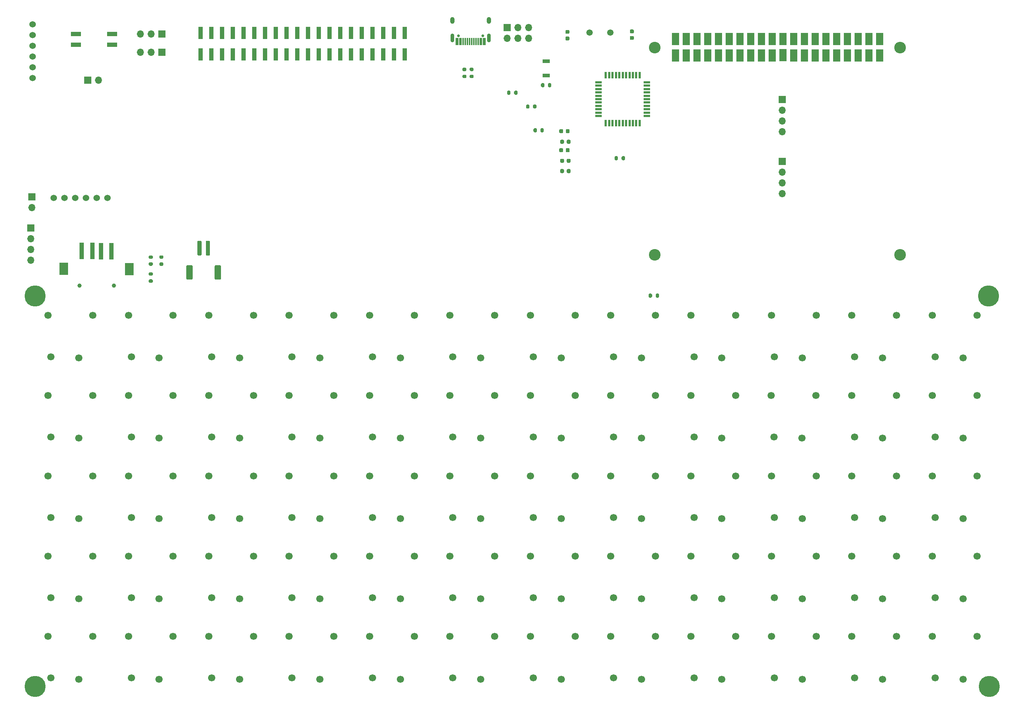
<source format=gbr>
%TF.GenerationSoftware,KiCad,Pcbnew,(5.1.9)-1*%
%TF.CreationDate,2021-10-30T21:00:12+02:00*%
%TF.ProjectId,88RPI,38385250-492e-46b6-9963-61645f706362,rev?*%
%TF.SameCoordinates,Original*%
%TF.FileFunction,Soldermask,Bot*%
%TF.FilePolarity,Negative*%
%FSLAX46Y46*%
G04 Gerber Fmt 4.6, Leading zero omitted, Abs format (unit mm)*
G04 Created by KiCad (PCBNEW (5.1.9)-1) date 2021-10-30 21:00:12*
%MOMM*%
%LPD*%
G01*
G04 APERTURE LIST*
%ADD10R,1.700000X0.900000*%
%ADD11C,1.524000*%
%ADD12O,1.700000X1.700000*%
%ADD13R,1.700000X1.700000*%
%ADD14R,0.300000X1.750000*%
%ADD15C,0.650000*%
%ADD16O,0.900000X2.100000*%
%ADD17O,1.000000X1.600000*%
%ADD18C,1.000000*%
%ADD19R,2.000000X3.000000*%
%ADD20R,1.000000X4.000000*%
%ADD21C,0.800000*%
%ADD22C,5.000000*%
%ADD23C,2.750000*%
%ADD24R,1.700000X3.000000*%
%ADD25C,1.700000*%
%ADD26R,1.500000X0.550000*%
%ADD27R,0.550000X1.500000*%
%ADD28C,1.500000*%
%ADD29R,2.440000X1.120000*%
%ADD30R,1.000000X3.000000*%
G04 APERTURE END LIST*
%TO.C,C3*%
G36*
G01*
X147075000Y-44408000D02*
X147075000Y-43908000D01*
G75*
G02*
X147300000Y-43683000I225000J0D01*
G01*
X147750000Y-43683000D01*
G75*
G02*
X147975000Y-43908000I0J-225000D01*
G01*
X147975000Y-44408000D01*
G75*
G02*
X147750000Y-44633000I-225000J0D01*
G01*
X147300000Y-44633000D01*
G75*
G02*
X147075000Y-44408000I0J225000D01*
G01*
G37*
G36*
G01*
X145525000Y-44408000D02*
X145525000Y-43908000D01*
G75*
G02*
X145750000Y-43683000I225000J0D01*
G01*
X146200000Y-43683000D01*
G75*
G02*
X146425000Y-43908000I0J-225000D01*
G01*
X146425000Y-44408000D01*
G75*
G02*
X146200000Y-44633000I-225000J0D01*
G01*
X145750000Y-44633000D01*
G75*
G02*
X145525000Y-44408000I0J225000D01*
G01*
G37*
%TD*%
%TO.C,C4*%
G36*
G01*
X147300000Y-51408000D02*
X147300000Y-50908000D01*
G75*
G02*
X147525000Y-50683000I225000J0D01*
G01*
X147975000Y-50683000D01*
G75*
G02*
X148200000Y-50908000I0J-225000D01*
G01*
X148200000Y-51408000D01*
G75*
G02*
X147975000Y-51633000I-225000J0D01*
G01*
X147525000Y-51633000D01*
G75*
G02*
X147300000Y-51408000I0J225000D01*
G01*
G37*
G36*
G01*
X145750000Y-51408000D02*
X145750000Y-50908000D01*
G75*
G02*
X145975000Y-50683000I225000J0D01*
G01*
X146425000Y-50683000D01*
G75*
G02*
X146650000Y-50908000I0J-225000D01*
G01*
X146650000Y-51408000D01*
G75*
G02*
X146425000Y-51633000I-225000J0D01*
G01*
X145975000Y-51633000D01*
G75*
G02*
X145750000Y-51408000I0J225000D01*
G01*
G37*
%TD*%
%TO.C,C5*%
G36*
G01*
X146650000Y-46408000D02*
X146650000Y-46908000D01*
G75*
G02*
X146425000Y-47133000I-225000J0D01*
G01*
X145975000Y-47133000D01*
G75*
G02*
X145750000Y-46908000I0J225000D01*
G01*
X145750000Y-46408000D01*
G75*
G02*
X145975000Y-46183000I225000J0D01*
G01*
X146425000Y-46183000D01*
G75*
G02*
X146650000Y-46408000I0J-225000D01*
G01*
G37*
G36*
G01*
X148200000Y-46408000D02*
X148200000Y-46908000D01*
G75*
G02*
X147975000Y-47133000I-225000J0D01*
G01*
X147525000Y-47133000D01*
G75*
G02*
X147300000Y-46908000I0J225000D01*
G01*
X147300000Y-46408000D01*
G75*
G02*
X147525000Y-46183000I225000J0D01*
G01*
X147975000Y-46183000D01*
G75*
G02*
X148200000Y-46408000I0J-225000D01*
G01*
G37*
%TD*%
%TO.C,C6*%
G36*
G01*
X147075000Y-48908000D02*
X147075000Y-48408000D01*
G75*
G02*
X147300000Y-48183000I225000J0D01*
G01*
X147750000Y-48183000D01*
G75*
G02*
X147975000Y-48408000I0J-225000D01*
G01*
X147975000Y-48908000D01*
G75*
G02*
X147750000Y-49133000I-225000J0D01*
G01*
X147300000Y-49133000D01*
G75*
G02*
X147075000Y-48908000I0J225000D01*
G01*
G37*
G36*
G01*
X145525000Y-48908000D02*
X145525000Y-48408000D01*
G75*
G02*
X145750000Y-48183000I225000J0D01*
G01*
X146200000Y-48183000D01*
G75*
G02*
X146425000Y-48408000I0J-225000D01*
G01*
X146425000Y-48908000D01*
G75*
G02*
X146200000Y-49133000I-225000J0D01*
G01*
X145750000Y-49133000D01*
G75*
G02*
X145525000Y-48908000I0J225000D01*
G01*
G37*
%TD*%
%TO.C,C7*%
G36*
G01*
X147300000Y-53844000D02*
X147300000Y-53344000D01*
G75*
G02*
X147525000Y-53119000I225000J0D01*
G01*
X147975000Y-53119000D01*
G75*
G02*
X148200000Y-53344000I0J-225000D01*
G01*
X148200000Y-53844000D01*
G75*
G02*
X147975000Y-54069000I-225000J0D01*
G01*
X147525000Y-54069000D01*
G75*
G02*
X147300000Y-53844000I0J225000D01*
G01*
G37*
G36*
G01*
X145750000Y-53844000D02*
X145750000Y-53344000D01*
G75*
G02*
X145975000Y-53119000I225000J0D01*
G01*
X146425000Y-53119000D01*
G75*
G02*
X146650000Y-53344000I0J-225000D01*
G01*
X146650000Y-53844000D01*
G75*
G02*
X146425000Y-54069000I-225000J0D01*
G01*
X145975000Y-54069000D01*
G75*
G02*
X145750000Y-53844000I0J225000D01*
G01*
G37*
%TD*%
%TO.C,R1*%
G36*
G01*
X142857000Y-33559000D02*
X142857000Y-33009000D01*
G75*
G02*
X143057000Y-32809000I200000J0D01*
G01*
X143457000Y-32809000D01*
G75*
G02*
X143657000Y-33009000I0J-200000D01*
G01*
X143657000Y-33559000D01*
G75*
G02*
X143457000Y-33759000I-200000J0D01*
G01*
X143057000Y-33759000D01*
G75*
G02*
X142857000Y-33559000I0J200000D01*
G01*
G37*
G36*
G01*
X141207000Y-33559000D02*
X141207000Y-33009000D01*
G75*
G02*
X141407000Y-32809000I200000J0D01*
G01*
X141807000Y-32809000D01*
G75*
G02*
X142007000Y-33009000I0J-200000D01*
G01*
X142007000Y-33559000D01*
G75*
G02*
X141807000Y-33759000I-200000J0D01*
G01*
X141407000Y-33759000D01*
G75*
G02*
X141207000Y-33559000I0J200000D01*
G01*
G37*
%TD*%
%TO.C,R2*%
G36*
G01*
X167469000Y-82783000D02*
X167469000Y-83333000D01*
G75*
G02*
X167269000Y-83533000I-200000J0D01*
G01*
X166869000Y-83533000D01*
G75*
G02*
X166669000Y-83333000I0J200000D01*
G01*
X166669000Y-82783000D01*
G75*
G02*
X166869000Y-82583000I200000J0D01*
G01*
X167269000Y-82583000D01*
G75*
G02*
X167469000Y-82783000I0J-200000D01*
G01*
G37*
G36*
G01*
X169119000Y-82783000D02*
X169119000Y-83333000D01*
G75*
G02*
X168919000Y-83533000I-200000J0D01*
G01*
X168519000Y-83533000D01*
G75*
G02*
X168319000Y-83333000I0J200000D01*
G01*
X168319000Y-82783000D01*
G75*
G02*
X168519000Y-82583000I200000J0D01*
G01*
X168919000Y-82583000D01*
G75*
G02*
X169119000Y-82783000I0J-200000D01*
G01*
G37*
%TD*%
D10*
%TO.C,SW61*%
X142432000Y-30984000D03*
X142432000Y-27584000D03*
%TD*%
D11*
%TO.C,J2*%
X21000000Y-31620000D03*
X21000000Y-29080000D03*
X21000000Y-26540000D03*
X21000000Y-24000000D03*
X21000000Y-21460000D03*
X21000000Y-18920000D03*
%TD*%
D12*
%TO.C,J3*%
X138303000Y-22225000D03*
X138303000Y-19685000D03*
X135763000Y-22225000D03*
X135763000Y-19685000D03*
X133223000Y-22225000D03*
D13*
X133223000Y-19685000D03*
%TD*%
D14*
%TO.C,J4*%
X127924000Y-22962000D03*
X127624000Y-22962000D03*
X126824000Y-22962000D03*
X127124000Y-22962000D03*
X122324000Y-22962000D03*
X122024000Y-22962000D03*
X121524000Y-22962000D03*
X121224000Y-22962000D03*
X124324000Y-22962000D03*
X123324000Y-22962000D03*
X122824000Y-22962000D03*
X123824000Y-22962000D03*
X126324000Y-22962000D03*
X125824000Y-22962000D03*
X125324000Y-22962000D03*
X124824000Y-22962000D03*
D15*
X127464000Y-21622000D03*
X121684000Y-21622000D03*
D16*
X128894000Y-22122000D03*
X120254000Y-22122000D03*
D17*
X128894000Y-17942000D03*
X120254000Y-17942000D03*
%TD*%
%TO.C,R3*%
G36*
G01*
X122839000Y-30808800D02*
X123389000Y-30808800D01*
G75*
G02*
X123589000Y-31008800I0J-200000D01*
G01*
X123589000Y-31408800D01*
G75*
G02*
X123389000Y-31608800I-200000J0D01*
G01*
X122839000Y-31608800D01*
G75*
G02*
X122639000Y-31408800I0J200000D01*
G01*
X122639000Y-31008800D01*
G75*
G02*
X122839000Y-30808800I200000J0D01*
G01*
G37*
G36*
G01*
X122839000Y-29158800D02*
X123389000Y-29158800D01*
G75*
G02*
X123589000Y-29358800I0J-200000D01*
G01*
X123589000Y-29758800D01*
G75*
G02*
X123389000Y-29958800I-200000J0D01*
G01*
X122839000Y-29958800D01*
G75*
G02*
X122639000Y-29758800I0J200000D01*
G01*
X122639000Y-29358800D01*
G75*
G02*
X122839000Y-29158800I200000J0D01*
G01*
G37*
%TD*%
%TO.C,R4*%
G36*
G01*
X125089000Y-29933800D02*
X124539000Y-29933800D01*
G75*
G02*
X124339000Y-29733800I0J200000D01*
G01*
X124339000Y-29333800D01*
G75*
G02*
X124539000Y-29133800I200000J0D01*
G01*
X125089000Y-29133800D01*
G75*
G02*
X125289000Y-29333800I0J-200000D01*
G01*
X125289000Y-29733800D01*
G75*
G02*
X125089000Y-29933800I-200000J0D01*
G01*
G37*
G36*
G01*
X125089000Y-31583800D02*
X124539000Y-31583800D01*
G75*
G02*
X124339000Y-31383800I0J200000D01*
G01*
X124339000Y-30983800D01*
G75*
G02*
X124539000Y-30783800I200000J0D01*
G01*
X125089000Y-30783800D01*
G75*
G02*
X125289000Y-30983800I0J-200000D01*
G01*
X125289000Y-31383800D01*
G75*
G02*
X125089000Y-31583800I-200000J0D01*
G01*
G37*
%TD*%
%TO.C,R5*%
G36*
G01*
X51748000Y-74344000D02*
X51198000Y-74344000D01*
G75*
G02*
X50998000Y-74144000I0J200000D01*
G01*
X50998000Y-73744000D01*
G75*
G02*
X51198000Y-73544000I200000J0D01*
G01*
X51748000Y-73544000D01*
G75*
G02*
X51948000Y-73744000I0J-200000D01*
G01*
X51948000Y-74144000D01*
G75*
G02*
X51748000Y-74344000I-200000J0D01*
G01*
G37*
G36*
G01*
X51748000Y-75994000D02*
X51198000Y-75994000D01*
G75*
G02*
X50998000Y-75794000I0J200000D01*
G01*
X50998000Y-75394000D01*
G75*
G02*
X51198000Y-75194000I200000J0D01*
G01*
X51748000Y-75194000D01*
G75*
G02*
X51948000Y-75394000I0J-200000D01*
G01*
X51948000Y-75794000D01*
G75*
G02*
X51748000Y-75994000I-200000J0D01*
G01*
G37*
%TD*%
%TO.C,R6*%
G36*
G01*
X49238000Y-78354000D02*
X48688000Y-78354000D01*
G75*
G02*
X48488000Y-78154000I0J200000D01*
G01*
X48488000Y-77754000D01*
G75*
G02*
X48688000Y-77554000I200000J0D01*
G01*
X49238000Y-77554000D01*
G75*
G02*
X49438000Y-77754000I0J-200000D01*
G01*
X49438000Y-78154000D01*
G75*
G02*
X49238000Y-78354000I-200000J0D01*
G01*
G37*
G36*
G01*
X49238000Y-80004000D02*
X48688000Y-80004000D01*
G75*
G02*
X48488000Y-79804000I0J200000D01*
G01*
X48488000Y-79404000D01*
G75*
G02*
X48688000Y-79204000I200000J0D01*
G01*
X49238000Y-79204000D01*
G75*
G02*
X49438000Y-79404000I0J-200000D01*
G01*
X49438000Y-79804000D01*
G75*
G02*
X49238000Y-80004000I-200000J0D01*
G01*
G37*
%TD*%
%TO.C,R7*%
G36*
G01*
X134854000Y-35327000D02*
X134854000Y-34777000D01*
G75*
G02*
X135054000Y-34577000I200000J0D01*
G01*
X135454000Y-34577000D01*
G75*
G02*
X135654000Y-34777000I0J-200000D01*
G01*
X135654000Y-35327000D01*
G75*
G02*
X135454000Y-35527000I-200000J0D01*
G01*
X135054000Y-35527000D01*
G75*
G02*
X134854000Y-35327000I0J200000D01*
G01*
G37*
G36*
G01*
X133204000Y-35327000D02*
X133204000Y-34777000D01*
G75*
G02*
X133404000Y-34577000I200000J0D01*
G01*
X133804000Y-34577000D01*
G75*
G02*
X134004000Y-34777000I0J-200000D01*
G01*
X134004000Y-35327000D01*
G75*
G02*
X133804000Y-35527000I-200000J0D01*
G01*
X133404000Y-35527000D01*
G75*
G02*
X133204000Y-35327000I0J200000D01*
G01*
G37*
%TD*%
%TO.C,R8*%
G36*
G01*
X139344000Y-38614000D02*
X139344000Y-38064000D01*
G75*
G02*
X139544000Y-37864000I200000J0D01*
G01*
X139944000Y-37864000D01*
G75*
G02*
X140144000Y-38064000I0J-200000D01*
G01*
X140144000Y-38614000D01*
G75*
G02*
X139944000Y-38814000I-200000J0D01*
G01*
X139544000Y-38814000D01*
G75*
G02*
X139344000Y-38614000I0J200000D01*
G01*
G37*
G36*
G01*
X137694000Y-38614000D02*
X137694000Y-38064000D01*
G75*
G02*
X137894000Y-37864000I200000J0D01*
G01*
X138294000Y-37864000D01*
G75*
G02*
X138494000Y-38064000I0J-200000D01*
G01*
X138494000Y-38614000D01*
G75*
G02*
X138294000Y-38814000I-200000J0D01*
G01*
X137894000Y-38814000D01*
G75*
G02*
X137694000Y-38614000I0J200000D01*
G01*
G37*
%TD*%
%TO.C,R9*%
G36*
G01*
X49238000Y-74344000D02*
X48688000Y-74344000D01*
G75*
G02*
X48488000Y-74144000I0J200000D01*
G01*
X48488000Y-73744000D01*
G75*
G02*
X48688000Y-73544000I200000J0D01*
G01*
X49238000Y-73544000D01*
G75*
G02*
X49438000Y-73744000I0J-200000D01*
G01*
X49438000Y-74144000D01*
G75*
G02*
X49238000Y-74344000I-200000J0D01*
G01*
G37*
G36*
G01*
X49238000Y-75994000D02*
X48688000Y-75994000D01*
G75*
G02*
X48488000Y-75794000I0J200000D01*
G01*
X48488000Y-75394000D01*
G75*
G02*
X48688000Y-75194000I200000J0D01*
G01*
X49238000Y-75194000D01*
G75*
G02*
X49438000Y-75394000I0J-200000D01*
G01*
X49438000Y-75794000D01*
G75*
G02*
X49238000Y-75994000I-200000J0D01*
G01*
G37*
%TD*%
%TO.C,J7*%
G36*
G01*
X58868000Y-76126000D02*
X58868000Y-79026000D01*
G75*
G02*
X58618000Y-79276000I-250000J0D01*
G01*
X57618000Y-79276000D01*
G75*
G02*
X57368000Y-79026000I0J250000D01*
G01*
X57368000Y-76126000D01*
G75*
G02*
X57618000Y-75876000I250000J0D01*
G01*
X58618000Y-75876000D01*
G75*
G02*
X58868000Y-76126000I0J-250000D01*
G01*
G37*
G36*
G01*
X65568000Y-76126000D02*
X65568000Y-79026000D01*
G75*
G02*
X65318000Y-79276000I-250000J0D01*
G01*
X64318000Y-79276000D01*
G75*
G02*
X64068000Y-79026000I0J250000D01*
G01*
X64068000Y-76126000D01*
G75*
G02*
X64318000Y-75876000I250000J0D01*
G01*
X65318000Y-75876000D01*
G75*
G02*
X65568000Y-76126000I0J-250000D01*
G01*
G37*
G36*
G01*
X60968000Y-70326000D02*
X60968000Y-73326000D01*
G75*
G02*
X60718000Y-73576000I-250000J0D01*
G01*
X60218000Y-73576000D01*
G75*
G02*
X59968000Y-73326000I0J250000D01*
G01*
X59968000Y-70326000D01*
G75*
G02*
X60218000Y-70076000I250000J0D01*
G01*
X60718000Y-70076000D01*
G75*
G02*
X60968000Y-70326000I0J-250000D01*
G01*
G37*
G36*
G01*
X62968000Y-70326000D02*
X62968000Y-73326000D01*
G75*
G02*
X62718000Y-73576000I-250000J0D01*
G01*
X62218000Y-73576000D01*
G75*
G02*
X61968000Y-73326000I0J250000D01*
G01*
X61968000Y-70326000D01*
G75*
G02*
X62218000Y-70076000I250000J0D01*
G01*
X62718000Y-70076000D01*
G75*
G02*
X62968000Y-70326000I0J-250000D01*
G01*
G37*
%TD*%
D11*
%TO.C,U4*%
X38684200Y-59956700D03*
X36144200Y-59956700D03*
X33604200Y-59956700D03*
X31064200Y-59956700D03*
X28524200Y-59956700D03*
X25984200Y-59956700D03*
%TD*%
D18*
%TO.C,J11*%
X40208200Y-80695800D03*
X32105600Y-80695800D03*
D19*
X43891200Y-76809600D03*
X28371800Y-76682600D03*
D20*
X39624000Y-72542400D03*
X37185600Y-72542400D03*
X35153600Y-72517000D03*
X32664400Y-72517000D03*
%TD*%
D21*
%TO.C,H1*%
X22915825Y-81859175D03*
X21590000Y-81310000D03*
X20264175Y-81859175D03*
X19715000Y-83185000D03*
X20264175Y-84510825D03*
X21590000Y-85060000D03*
X22915825Y-84510825D03*
X23465000Y-83185000D03*
D22*
X21590000Y-83185000D03*
%TD*%
D21*
%TO.C,H2*%
X248340825Y-81859175D03*
X247015000Y-81310000D03*
X245689175Y-81859175D03*
X245140000Y-83185000D03*
X245689175Y-84510825D03*
X247015000Y-85060000D03*
X248340825Y-84510825D03*
X248890000Y-83185000D03*
D22*
X247015000Y-83185000D03*
%TD*%
D21*
%TO.C,H3*%
X22915825Y-174188175D03*
X21590000Y-173639000D03*
X20264175Y-174188175D03*
X19715000Y-175514000D03*
X20264175Y-176839825D03*
X21590000Y-177389000D03*
X22915825Y-176839825D03*
X23465000Y-175514000D03*
D22*
X21590000Y-175514000D03*
%TD*%
D21*
%TO.C,H4*%
X248467825Y-174188175D03*
X247142000Y-173639000D03*
X245816175Y-174188175D03*
X245267000Y-175514000D03*
X245816175Y-176839825D03*
X247142000Y-177389000D03*
X248467825Y-176839825D03*
X249017000Y-175514000D03*
D22*
X247142000Y-175514000D03*
%TD*%
D23*
%TO.C,J9*%
X226104000Y-73384000D03*
X168104000Y-73384000D03*
X168104000Y-24384000D03*
X226104000Y-24384000D03*
D24*
X221252000Y-22375000D03*
X221252000Y-26248500D03*
X218712000Y-22375000D03*
X218712000Y-26248500D03*
X216172000Y-22375000D03*
X216172000Y-26248500D03*
X213632000Y-22375000D03*
X213632000Y-26248500D03*
X211092000Y-22375000D03*
X211092000Y-26248500D03*
X208552000Y-22375000D03*
X208552000Y-26248500D03*
X206012000Y-22375000D03*
X206012000Y-26248500D03*
X203472000Y-22375000D03*
X203472000Y-26248500D03*
X200932000Y-22375000D03*
X200932000Y-26248500D03*
X198392000Y-22375000D03*
X198392000Y-26185000D03*
X195852000Y-22375000D03*
X195834000Y-26225500D03*
X193312000Y-22375000D03*
X193294000Y-26225500D03*
X190772000Y-22375000D03*
X190754000Y-26225500D03*
X188232000Y-22375000D03*
X188214000Y-26225500D03*
X185692000Y-22375000D03*
X185674000Y-26225500D03*
X183152000Y-22375000D03*
X183134000Y-26225500D03*
X180612000Y-22375000D03*
X180594000Y-26225500D03*
X178072000Y-22375000D03*
X178117500Y-26225500D03*
X175532000Y-22375000D03*
X175514000Y-26225500D03*
X172974000Y-22352000D03*
X172974000Y-26225500D03*
%TD*%
D12*
%TO.C,J10*%
X36576000Y-32131000D03*
D13*
X34036000Y-32131000D03*
%TD*%
D25*
%TO.C,SW1*%
X24681900Y-87691500D03*
X35261000Y-87704200D03*
X25367700Y-97521300D03*
X31959000Y-97800700D03*
%TD*%
%TO.C,SW2*%
X50959000Y-97800700D03*
X44367700Y-97521300D03*
X54261000Y-87704200D03*
X43681900Y-87691500D03*
%TD*%
%TO.C,SW3*%
X62681900Y-87691500D03*
X73261000Y-87704200D03*
X63367700Y-97521300D03*
X69959000Y-97800700D03*
%TD*%
%TO.C,SW4*%
X88959000Y-97800700D03*
X82367700Y-97521300D03*
X92261000Y-87704200D03*
X81681900Y-87691500D03*
%TD*%
%TO.C,SW5*%
X100681900Y-87691500D03*
X111261000Y-87704200D03*
X101367700Y-97521300D03*
X107959000Y-97800700D03*
%TD*%
%TO.C,SW6*%
X126959000Y-97800700D03*
X120367700Y-97521300D03*
X130261000Y-87704200D03*
X119681900Y-87691500D03*
%TD*%
%TO.C,SW7*%
X138681900Y-87691500D03*
X149261000Y-87704200D03*
X139367700Y-97521300D03*
X145959000Y-97800700D03*
%TD*%
%TO.C,SW8*%
X164959000Y-97800700D03*
X158367700Y-97521300D03*
X168261000Y-87704200D03*
X157681900Y-87691500D03*
%TD*%
%TO.C,SW9*%
X176681900Y-87691500D03*
X187261000Y-87704200D03*
X177367700Y-97521300D03*
X183959000Y-97800700D03*
%TD*%
%TO.C,SW10*%
X195681900Y-87691500D03*
X206261000Y-87704200D03*
X196367700Y-97521300D03*
X202959000Y-97800700D03*
%TD*%
%TO.C,SW11*%
X214681900Y-87691500D03*
X225261000Y-87704200D03*
X215367700Y-97521300D03*
X221959000Y-97800700D03*
%TD*%
%TO.C,SW12*%
X240959000Y-97800700D03*
X234367700Y-97521300D03*
X244261000Y-87704200D03*
X233681900Y-87691500D03*
%TD*%
%TO.C,SW13*%
X24681900Y-106691500D03*
X35261000Y-106704200D03*
X25367700Y-116521300D03*
X31959000Y-116800700D03*
%TD*%
%TO.C,SW14*%
X50959000Y-116800700D03*
X44367700Y-116521300D03*
X54261000Y-106704200D03*
X43681900Y-106691500D03*
%TD*%
%TO.C,SW15*%
X62681900Y-106691500D03*
X73261000Y-106704200D03*
X63367700Y-116521300D03*
X69959000Y-116800700D03*
%TD*%
%TO.C,SW16*%
X88959000Y-116800700D03*
X82367700Y-116521300D03*
X92261000Y-106704200D03*
X81681900Y-106691500D03*
%TD*%
%TO.C,SW17*%
X100681900Y-106691500D03*
X111261000Y-106704200D03*
X101367700Y-116521300D03*
X107959000Y-116800700D03*
%TD*%
%TO.C,SW18*%
X119681900Y-106691500D03*
X130261000Y-106704200D03*
X120367700Y-116521300D03*
X126959000Y-116800700D03*
%TD*%
%TO.C,SW19*%
X138681900Y-106691500D03*
X149261000Y-106704200D03*
X139367700Y-116521300D03*
X145959000Y-116800700D03*
%TD*%
%TO.C,SW20*%
X164959000Y-116800700D03*
X158367700Y-116521300D03*
X168261000Y-106704200D03*
X157681900Y-106691500D03*
%TD*%
%TO.C,SW21*%
X176681900Y-106691500D03*
X187261000Y-106704200D03*
X177367700Y-116521300D03*
X183959000Y-116800700D03*
%TD*%
%TO.C,SW22*%
X202859000Y-116800700D03*
X196267700Y-116521300D03*
X206161000Y-106704200D03*
X195581900Y-106691500D03*
%TD*%
%TO.C,SW23*%
X214681900Y-106691500D03*
X225261000Y-106704200D03*
X215367700Y-116521300D03*
X221959000Y-116800700D03*
%TD*%
%TO.C,SW24*%
X240959000Y-116800700D03*
X234367700Y-116521300D03*
X244261000Y-106704200D03*
X233681900Y-106691500D03*
%TD*%
%TO.C,SW25*%
X24681900Y-125691500D03*
X35261000Y-125704200D03*
X25367700Y-135521300D03*
X31959000Y-135800700D03*
%TD*%
%TO.C,SW26*%
X50959000Y-135800700D03*
X44367700Y-135521300D03*
X54261000Y-125704200D03*
X43681900Y-125691500D03*
%TD*%
%TO.C,SW27*%
X69959000Y-135800700D03*
X63367700Y-135521300D03*
X73261000Y-125704200D03*
X62681900Y-125691500D03*
%TD*%
%TO.C,SW28*%
X88959000Y-135800700D03*
X82367700Y-135521300D03*
X92261000Y-125704200D03*
X81681900Y-125691500D03*
%TD*%
%TO.C,SW29*%
X100681900Y-125691500D03*
X111261000Y-125704200D03*
X101367700Y-135521300D03*
X107959000Y-135800700D03*
%TD*%
%TO.C,SW30*%
X126959000Y-135800700D03*
X120367700Y-135521300D03*
X130261000Y-125704200D03*
X119681900Y-125691500D03*
%TD*%
%TO.C,SW31*%
X138681900Y-125691500D03*
X149261000Y-125704200D03*
X139367700Y-135521300D03*
X145959000Y-135800700D03*
%TD*%
%TO.C,SW32*%
X164959000Y-135800700D03*
X158367700Y-135521300D03*
X168261000Y-125704200D03*
X157681900Y-125691500D03*
%TD*%
%TO.C,SW33*%
X176681900Y-125691500D03*
X187261000Y-125704200D03*
X177367700Y-135521300D03*
X183959000Y-135800700D03*
%TD*%
%TO.C,SW34*%
X202959000Y-135800700D03*
X196367700Y-135521300D03*
X206261000Y-125704200D03*
X195681900Y-125691500D03*
%TD*%
%TO.C,SW35*%
X221959000Y-135800700D03*
X215367700Y-135521300D03*
X225261000Y-125704200D03*
X214681900Y-125691500D03*
%TD*%
%TO.C,SW36*%
X240959000Y-135800700D03*
X234367700Y-135521300D03*
X244261000Y-125704200D03*
X233681900Y-125691500D03*
%TD*%
%TO.C,SW37*%
X24681900Y-144691500D03*
X35261000Y-144704200D03*
X25367700Y-154521300D03*
X31959000Y-154800700D03*
%TD*%
%TO.C,SW38*%
X50959000Y-154800700D03*
X44367700Y-154521300D03*
X54261000Y-144704200D03*
X43681900Y-144691500D03*
%TD*%
%TO.C,SW39*%
X62681900Y-144691500D03*
X73261000Y-144704200D03*
X63367700Y-154521300D03*
X69959000Y-154800700D03*
%TD*%
%TO.C,SW40*%
X88959000Y-154800700D03*
X82367700Y-154521300D03*
X92261000Y-144704200D03*
X81681900Y-144691500D03*
%TD*%
%TO.C,SW41*%
X100681900Y-144691500D03*
X111261000Y-144704200D03*
X101367700Y-154521300D03*
X107959000Y-154800700D03*
%TD*%
%TO.C,SW42*%
X126959000Y-154800700D03*
X120367700Y-154521300D03*
X130261000Y-144704200D03*
X119681900Y-144691500D03*
%TD*%
%TO.C,SW43*%
X138681900Y-144691500D03*
X149261000Y-144704200D03*
X139367700Y-154521300D03*
X145959000Y-154800700D03*
%TD*%
%TO.C,SW44*%
X164959000Y-154800700D03*
X158367700Y-154521300D03*
X168261000Y-144704200D03*
X157681900Y-144691500D03*
%TD*%
%TO.C,SW45*%
X176681900Y-144691500D03*
X187261000Y-144704200D03*
X177367700Y-154521300D03*
X183959000Y-154800700D03*
%TD*%
%TO.C,SW46*%
X202959000Y-154800700D03*
X196367700Y-154521300D03*
X206261000Y-144704200D03*
X195681900Y-144691500D03*
%TD*%
%TO.C,SW47*%
X221959000Y-154800700D03*
X215367700Y-154521300D03*
X225261000Y-144704200D03*
X214681900Y-144691500D03*
%TD*%
%TO.C,SW48*%
X233681900Y-144691500D03*
X244261000Y-144704200D03*
X234367700Y-154521300D03*
X240959000Y-154800700D03*
%TD*%
%TO.C,SW49*%
X24681900Y-163691500D03*
X35261000Y-163704200D03*
X25367700Y-173521300D03*
X31959000Y-173800700D03*
%TD*%
%TO.C,SW50*%
X50959000Y-173800700D03*
X44367700Y-173521300D03*
X54261000Y-163704200D03*
X43681900Y-163691500D03*
%TD*%
%TO.C,SW51*%
X62681900Y-163691500D03*
X73261000Y-163704200D03*
X63367700Y-173521300D03*
X69959000Y-173800700D03*
%TD*%
%TO.C,SW52*%
X88959000Y-173800700D03*
X82367700Y-173521300D03*
X92261000Y-163704200D03*
X81681900Y-163691500D03*
%TD*%
%TO.C,SW53*%
X100681900Y-163691500D03*
X111261000Y-163704200D03*
X101367700Y-173521300D03*
X107959000Y-173800700D03*
%TD*%
%TO.C,SW54*%
X126959000Y-173800700D03*
X120367700Y-173521300D03*
X130261000Y-163704200D03*
X119681900Y-163691500D03*
%TD*%
%TO.C,SW55*%
X138681900Y-163691500D03*
X149261000Y-163704200D03*
X139367700Y-173521300D03*
X145959000Y-173800700D03*
%TD*%
%TO.C,SW56*%
X164959000Y-173800700D03*
X158367700Y-173521300D03*
X168261000Y-163704200D03*
X157681900Y-163691500D03*
%TD*%
%TO.C,SW57*%
X176681900Y-163691500D03*
X187261000Y-163704200D03*
X177367700Y-173521300D03*
X183959000Y-173800700D03*
%TD*%
%TO.C,SW58*%
X202959000Y-173800700D03*
X196367700Y-173521300D03*
X206261000Y-163704200D03*
X195681900Y-163691500D03*
%TD*%
%TO.C,SW59*%
X214681900Y-163691500D03*
X225261000Y-163704200D03*
X215367700Y-173521300D03*
X221959000Y-173800700D03*
%TD*%
%TO.C,SW60*%
X240959000Y-173800700D03*
X234367700Y-173521300D03*
X244261000Y-163704200D03*
X233681900Y-163691500D03*
%TD*%
%TO.C,C1*%
G36*
G01*
X162437000Y-21661000D02*
X162937000Y-21661000D01*
G75*
G02*
X163162000Y-21886000I0J-225000D01*
G01*
X163162000Y-22336000D01*
G75*
G02*
X162937000Y-22561000I-225000J0D01*
G01*
X162437000Y-22561000D01*
G75*
G02*
X162212000Y-22336000I0J225000D01*
G01*
X162212000Y-21886000D01*
G75*
G02*
X162437000Y-21661000I225000J0D01*
G01*
G37*
G36*
G01*
X162437000Y-20111000D02*
X162937000Y-20111000D01*
G75*
G02*
X163162000Y-20336000I0J-225000D01*
G01*
X163162000Y-20786000D01*
G75*
G02*
X162937000Y-21011000I-225000J0D01*
G01*
X162437000Y-21011000D01*
G75*
G02*
X162212000Y-20786000I0J225000D01*
G01*
X162212000Y-20336000D01*
G75*
G02*
X162437000Y-20111000I225000J0D01*
G01*
G37*
%TD*%
%TO.C,C2*%
G36*
G01*
X147197000Y-20225000D02*
X147697000Y-20225000D01*
G75*
G02*
X147922000Y-20450000I0J-225000D01*
G01*
X147922000Y-20900000D01*
G75*
G02*
X147697000Y-21125000I-225000J0D01*
G01*
X147197000Y-21125000D01*
G75*
G02*
X146972000Y-20900000I0J225000D01*
G01*
X146972000Y-20450000D01*
G75*
G02*
X147197000Y-20225000I225000J0D01*
G01*
G37*
G36*
G01*
X147197000Y-21775000D02*
X147697000Y-21775000D01*
G75*
G02*
X147922000Y-22000000I0J-225000D01*
G01*
X147922000Y-22450000D01*
G75*
G02*
X147697000Y-22675000I-225000J0D01*
G01*
X147197000Y-22675000D01*
G75*
G02*
X146972000Y-22450000I0J225000D01*
G01*
X146972000Y-22000000D01*
G75*
G02*
X147197000Y-21775000I225000J0D01*
G01*
G37*
%TD*%
D26*
%TO.C,U1*%
X154828000Y-40576000D03*
X154828000Y-39776000D03*
X154828000Y-38976000D03*
X154828000Y-38176000D03*
X154828000Y-37376000D03*
X154828000Y-36576000D03*
X154828000Y-35776000D03*
X154828000Y-34976000D03*
X154828000Y-34176000D03*
X154828000Y-33376000D03*
X154828000Y-32576000D03*
D27*
X156528000Y-30876000D03*
X157328000Y-30876000D03*
X158128000Y-30876000D03*
X158928000Y-30876000D03*
X159728000Y-30876000D03*
X160528000Y-30876000D03*
X161328000Y-30876000D03*
X162128000Y-30876000D03*
X162928000Y-30876000D03*
X163728000Y-30876000D03*
X164528000Y-30876000D03*
D26*
X166228000Y-32576000D03*
X166228000Y-33376000D03*
X166228000Y-34176000D03*
X166228000Y-34976000D03*
X166228000Y-35776000D03*
X166228000Y-36576000D03*
X166228000Y-37376000D03*
X166228000Y-38176000D03*
X166228000Y-38976000D03*
X166228000Y-39776000D03*
X166228000Y-40576000D03*
D27*
X164528000Y-42276000D03*
X163728000Y-42276000D03*
X162928000Y-42276000D03*
X162128000Y-42276000D03*
X161328000Y-42276000D03*
X160528000Y-42276000D03*
X159728000Y-42276000D03*
X158928000Y-42276000D03*
X158128000Y-42276000D03*
X157328000Y-42276000D03*
X156528000Y-42276000D03*
%TD*%
D28*
%TO.C,Y1*%
X157607000Y-20828000D03*
X152727000Y-20828000D03*
%TD*%
%TO.C,R65*%
G36*
G01*
X161054000Y-50271000D02*
X161054000Y-50821000D01*
G75*
G02*
X160854000Y-51021000I-200000J0D01*
G01*
X160454000Y-51021000D01*
G75*
G02*
X160254000Y-50821000I0J200000D01*
G01*
X160254000Y-50271000D01*
G75*
G02*
X160454000Y-50071000I200000J0D01*
G01*
X160854000Y-50071000D01*
G75*
G02*
X161054000Y-50271000I0J-200000D01*
G01*
G37*
G36*
G01*
X159404000Y-50271000D02*
X159404000Y-50821000D01*
G75*
G02*
X159204000Y-51021000I-200000J0D01*
G01*
X158804000Y-51021000D01*
G75*
G02*
X158604000Y-50821000I0J200000D01*
G01*
X158604000Y-50271000D01*
G75*
G02*
X158804000Y-50071000I200000J0D01*
G01*
X159204000Y-50071000D01*
G75*
G02*
X159404000Y-50271000I0J-200000D01*
G01*
G37*
%TD*%
%TO.C,R66*%
G36*
G01*
X141078000Y-44217000D02*
X141078000Y-43667000D01*
G75*
G02*
X141278000Y-43467000I200000J0D01*
G01*
X141678000Y-43467000D01*
G75*
G02*
X141878000Y-43667000I0J-200000D01*
G01*
X141878000Y-44217000D01*
G75*
G02*
X141678000Y-44417000I-200000J0D01*
G01*
X141278000Y-44417000D01*
G75*
G02*
X141078000Y-44217000I0J200000D01*
G01*
G37*
G36*
G01*
X139428000Y-44217000D02*
X139428000Y-43667000D01*
G75*
G02*
X139628000Y-43467000I200000J0D01*
G01*
X140028000Y-43467000D01*
G75*
G02*
X140228000Y-43667000I0J-200000D01*
G01*
X140228000Y-44217000D01*
G75*
G02*
X140028000Y-44417000I-200000J0D01*
G01*
X139628000Y-44417000D01*
G75*
G02*
X139428000Y-44217000I0J200000D01*
G01*
G37*
%TD*%
D13*
%TO.C,J1*%
X20574000Y-67056000D03*
D12*
X20574000Y-69596000D03*
X20574000Y-72136000D03*
X20574000Y-74676000D03*
%TD*%
%TO.C,J18*%
X198247000Y-44323000D03*
X198247000Y-41783000D03*
X198247000Y-39243000D03*
D13*
X198247000Y-36703000D03*
%TD*%
D29*
%TO.C,SW62*%
X31255000Y-23749000D03*
X39865000Y-21209000D03*
X31255000Y-21209000D03*
X39865000Y-23749000D03*
%TD*%
D13*
%TO.C,J5*%
X20828000Y-59690000D03*
D12*
X20828000Y-62230000D03*
%TD*%
%TO.C,J12*%
X46482000Y-25527000D03*
X49022000Y-25527000D03*
D13*
X51562000Y-25527000D03*
%TD*%
%TO.C,J15*%
X51562000Y-21209000D03*
D12*
X49022000Y-21209000D03*
X46482000Y-21209000D03*
%TD*%
D30*
%TO.C,J13*%
X60706000Y-25995000D03*
X60706000Y-20955000D03*
X63246000Y-25995000D03*
X63246000Y-20955000D03*
X65786000Y-25995000D03*
X65786000Y-20955000D03*
X68326000Y-25995000D03*
X68326000Y-20955000D03*
X70866000Y-25995000D03*
X70866000Y-20955000D03*
X73406000Y-25995000D03*
X73406000Y-20955000D03*
X75946000Y-25995000D03*
X75946000Y-20955000D03*
X78486000Y-25995000D03*
X78486000Y-20955000D03*
X81026000Y-25995000D03*
X81026000Y-20955000D03*
X83566000Y-25995000D03*
X83566000Y-20955000D03*
X86106000Y-25995000D03*
X86106000Y-20955000D03*
X88646000Y-25995000D03*
X88646000Y-20955000D03*
X91186000Y-25995000D03*
X91186000Y-20955000D03*
X93726000Y-25995000D03*
X93726000Y-20955000D03*
X96266000Y-25995000D03*
X96266000Y-20955000D03*
X98806000Y-25995000D03*
X98806000Y-20955000D03*
X101346000Y-25995000D03*
X101346000Y-20955000D03*
X103886000Y-25995000D03*
X103886000Y-20955000D03*
X106426000Y-25995000D03*
X106426000Y-20955000D03*
X108966000Y-25995000D03*
X108966000Y-20955000D03*
%TD*%
D13*
%TO.C,J8*%
X198247000Y-51308000D03*
D12*
X198247000Y-53848000D03*
X198247000Y-56388000D03*
X198247000Y-58928000D03*
%TD*%
M02*

</source>
